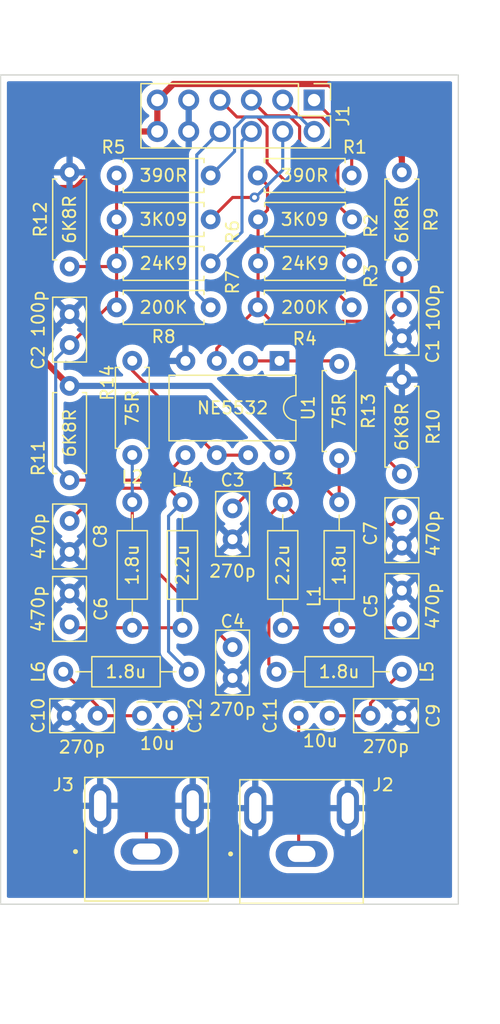
<source format=kicad_pcb>
(kicad_pcb (version 20211014) (generator pcbnew)
  (layers (0 "F.Cu" signal) (31 "B.Cu" signal) (34 "B.Paste" user) (35 "F.Paste" user) (36 "B.SilkS" user "B.Silkscreen") (37 "F.SilkS" user "F.Silkscreen") (38 "B.Mask" user) (39 "F.Mask" user) (44 "Edge.Cuts" user))
  (net 0 "")
  (net 1 "Net-(C3-Pad1)")
  (net 2 "GND")
  (net 3 "Net-(C4-Pad1)")
  (net 4 "Net-(C11-Pad1)")
  (net 5 "Net-(C10-Pad1)")
  (net 6 "Net-(C11-Pad2)")
  (net 7 "Net-(C12-Pad2)")
  (net 8 "P1_1")
  (net 9 "P1_2")
  (net 10 "P1_3")
  (net 11 "P1_4")
  (net 12 "+3V3")
  (net 13 "P1_7")
  (net 14 "P1_8")
  (net 15 "P1_9")
  (net 16 "P1_10")
  (net 17 "Net-(C5-Pad1)")
  (net 18 "Net-(C6-Pad1)")
  (net 19 "Net-(C7-Pad1)")
  (net 20 "Net-(C8-Pad1)")
  (net 21 "Net-(C1-Pad1)")
  (net 22 "Net-(C2-Pad1)")
  (net 23 "Net-(R13-Pad1)")
  (net 24 "Net-(R14-Pad1)")
  (footprint "Capacitor_THT:C_Disc_D5.0mm_W2.5mm_P2.50mm" (layer "F.Cu") (at 44.196 75.732 -90)
    (fp_text reference "C4" (at -2.072 0 180) (layer "F.SilkS"))
    (fp_text value "270p" (at 5.04 0 180) (layer "F.SilkS"))
    (fp_line (start -1.37 -1.37) (end -1.37 1.37) (layer "F.SilkS") (width 0.12))
    (fp_line (start -1.37 1.37) (end 3.87 1.37) (layer "F.SilkS") (width 0.12))
    (fp_line (start -1.37 -1.37) (end 3.87 -1.37) (layer "F.SilkS") (width 0.12))
    (fp_line (start 3.87 -1.37) (end 3.87 1.37) (layer "F.SilkS") (width 0.12))
    (pad "1" thru_hole circle (at 0 0 270) (size 1.6 1.6) (drill 0.8) (layers *.Cu *.Mask) (net 3 "Net-(C4-Pad1)"))
    (pad "2" thru_hole circle (at 2.5 0 270) (size 1.6 1.6) (drill 0.8) (layers *.Cu *.Mask) (net 2 "GND"))
  )
  (footprint "Capacitor_THT:C_Disc_D5.0mm_W2.5mm_P2.50mm" (layer "F.Cu") (at 57.912 48.26 -90)
    (fp_text reference "C1" (at 3.556 -2.5 90) (layer "F.SilkS"))
    (fp_text value "100p" (at 0 -2.54 90) (layer "F.SilkS"))
    (fp_line (start -1.37 -1.37) (end -1.37 1.37) (layer "F.SilkS") (width 0.12))
    (fp_line (start 3.87 -1.37) (end 3.87 1.37) (layer "F.SilkS") (width 0.12))
    (fp_line (start -1.37 -1.37) (end 3.87 -1.37) (layer "F.SilkS") (width 0.12))
    (fp_line (start -1.37 1.37) (end 3.87 1.37) (layer "F.SilkS") (width 0.12))
    (pad "1" thru_hole circle (at 0 0 270) (size 1.6 1.6) (drill 0.8) (layers *.Cu *.Mask) (net 21 "Net-(C1-Pad1)"))
    (pad "2" thru_hole circle (at 2.5 0 270) (size 1.6 1.6) (drill 0.8) (layers *.Cu *.Mask) (net 2 "GND"))
  )
  (footprint "Capacitor_THT:C_Disc_D3.0mm_W2.0mm_P2.50mm" (layer "F.Cu") (at 36.85 81.28)
    (fp_text reference "C12" (at 4.298 0 270) (layer "F.SilkS"))
    (fp_text value "10u" (at 1.25 2.25) (layer "F.SilkS"))
    (fp_line (start 2.87 1.055) (end 2.87 1.12) (layer "F.SilkS") (width 0.12))
    (fp_line (start -0.37 1.12) (end 2.87 1.12) (layer "F.SilkS") (width 0.12))
    (fp_line (start 2.87 -1.12) (end 2.87 -1.055) (layer "F.SilkS") (width 0.12))
    (fp_line (start -0.37 -1.12) (end 2.87 -1.12) (layer "F.SilkS") (width 0.12))
    (fp_line (start -0.37 -1.12) (end -0.37 -1.055) (layer "F.SilkS") (width 0.12))
    (fp_line (start -0.37 1.055) (end -0.37 1.12) (layer "F.SilkS") (width 0.12))
    (pad "1" thru_hole circle (at 0 0) (size 1.6 1.6) (drill 0.8) (layers *.Cu *.Mask) (net 5 "Net-(C10-Pad1)"))
    (pad "2" thru_hole circle (at 2.5 0) (size 1.6 1.6) (drill 0.8) (layers *.Cu *.Mask) (net 7 "Net-(C12-Pad2)"))
  )
  (footprint "Capacitor_THT:C_Disc_D5.0mm_W2.5mm_P2.50mm" (layer "F.Cu") (at 30.988 51.308 90)
    (fp_text reference "C2" (at -1.016 -2.54 90) (layer "F.SilkS"))
    (fp_text value "100p" (at 2.54 -2.54 90) (layer "F.SilkS"))
    (fp_line (start 3.87 -1.37) (end 3.87 1.37) (layer "F.SilkS") (width 0.12))
    (fp_line (start -1.37 1.37) (end 3.87 1.37) (layer "F.SilkS") (width 0.12))
    (fp_line (start -1.37 -1.37) (end -1.37 1.37) (layer "F.SilkS") (width 0.12))
    (fp_line (start -1.37 -1.37) (end 3.87 -1.37) (layer "F.SilkS") (width 0.12))
    (pad "1" thru_hole circle (at 0 0 90) (size 1.6 1.6) (drill 0.8) (layers *.Cu *.Mask) (net 22 "Net-(C2-Pad1)"))
    (pad "2" thru_hole circle (at 2.5 0 90) (size 1.6 1.6) (drill 0.8) (layers *.Cu *.Mask) (net 2 "GND"))
  )
  (footprint "Resistor_THT:R_Axial_DIN0207_L6.3mm_D2.5mm_P7.62mm_Horizontal" (layer "F.Cu") (at 36.068 52.578 -90)
    (fp_text reference "R14" (at 1.778 2.032 90) (layer "F.SilkS"))
    (fp_text value "75R" (at 3.81 0 90) (layer "F.SilkS"))
    (fp_line (start 7.08 1.37) (end 7.08 1.04) (layer "F.SilkS") (width 0.12))
    (fp_line (start 0.54 -1.37) (end 7.08 -1.37) (layer "F.SilkS") (width 0.12))
    (fp_line (start 7.08 -1.37) (end 7.08 -1.04) (layer "F.SilkS") (width 0.12))
    (fp_line (start 0.54 1.04) (end 0.54 1.37) (layer "F.SilkS") (width 0.12))
    (fp_line (start 0.54 -1.04) (end 0.54 -1.37) (layer "F.SilkS") (width 0.12))
    (fp_line (start 0.54 1.37) (end 7.08 1.37) (layer "F.SilkS") (width 0.12))
    (pad "1" thru_hole circle (at 0 0 270) (size 1.6 1.6) (drill 0.8) (layers *.Cu *.Mask) (net 24 "Net-(R14-Pad1)"))
    (pad "2" thru_hole oval (at 7.62 0 270) (size 1.6 1.6) (drill 0.8) (layers *.Cu *.Mask) (net 3 "Net-(C4-Pad1)"))
  )
  (footprint "00Project:SWITCHCRAFT_PJRAN1X1U04X" (layer "F.Cu") (at 49.784 92.456)
    (fp_text reference "J2" (at 6.604 -5.588) (layer "F.SilkS"))
    (fp_text value "PJRAN1X1U04X")
    (fp_line (start -5 -6) (end -5 4) (layer "F.SilkS") (width 0.127))
    (fp_line (start 5 -6) (end -5 -6) (layer "F.SilkS") (width 0.127))
    (fp_line (start -5 4) (end 5 4) (layer "F.SilkS") (width 0.127))
    (fp_line (start 5 4) (end 5 -6) (layer "F.SilkS") (width 0.127))
    (fp_circle (center -5.75 0) (end -5.65 0) (layer "F.SilkS") (width 0.2) (fill none))
    (pad "1" thru_hole oval (at 0 0) (size 4.2 2.1) (drill oval 2.25 1.3) (layers *.Cu *.Mask) (net 6 "Net-(C11-Pad2)"))
    (pad "2" thru_hole oval (at -3.75 -3.7) (size 1.8 3.6) (drill oval 1 2.5) (layers *.Cu *.Mask) (net 2 "GND"))
    (pad "3" thru_hole oval (at 3.75 -3.7) (size 1.8 3.6) (drill oval 1 2.5) (layers *.Cu *.Mask) (net 2 "GND"))
  )
  (footprint "00Project:SWITCHCRAFT_PJRAN1X1U04X" (layer "F.Cu") (at 37.2165 92.266)
    (fp_text reference "J3" (at -6.7365 -5.398) (layer "F.SilkS"))
    (fp_text value "PJRAN1X1U04X")
    (fp_line (start -5 4) (end 5 4) (layer "F.SilkS") (width 0.127))
    (fp_line (start 5 -6) (end -5 -6) (layer "F.SilkS") (width 0.127))
    (fp_line (start -5 -6) (end -5 4) (layer "F.SilkS") (width 0.127))
    (fp_line (start 5 4) (end 5 -6) (layer "F.SilkS") (width 0.127))
    (fp_circle (center -5.75 0) (end -5.65 0) (layer "F.SilkS") (width 0.2) (fill none))
    (pad "1" thru_hole oval (at 0 0) (size 4.2 2.1) (drill oval 2.25 1.3) (layers *.Cu *.Mask) (net 7 "Net-(C12-Pad2)"))
    (pad "2" thru_hole oval (at -3.75 -3.7) (size 1.8 3.6) (drill oval 1 2.5) (layers *.Cu *.Mask) (net 2 "GND"))
    (pad "3" thru_hole oval (at 3.75 -3.7) (size 1.8 3.6) (drill oval 1 2.5) (layers *.Cu *.Mask) (net 2 "GND"))
  )
  (footprint "Resistor_THT:R_Axial_DIN0207_L6.3mm_D2.5mm_P7.62mm_Horizontal" (layer "F.Cu") (at 42.418 44.704 180)
    (fp_text reference "R7" (at -1.778 -1.524 90) (layer "F.SilkS"))
    (fp_text value "24K9" (at 3.81 0) (layer "F.SilkS"))
    (fp_line (start 0.54 1.04) (end 0.54 1.37) (layer "F.SilkS") (width 0.12))
    (fp_line (start 0.54 -1.37) (end 7.08 -1.37) (layer "F.SilkS") (width 0.12))
    (fp_line (start 0.54 -1.04) (end 0.54 -1.37) (layer "F.SilkS") (width 0.12))
    (fp_line (start 7.08 -1.37) (end 7.08 -1.04) (layer "F.SilkS") (width 0.12))
    (fp_line (start 7.08 1.37) (end 7.08 1.04) (layer "F.SilkS") (width 0.12))
    (fp_line (start 0.54 1.37) (end 7.08 1.37) (layer "F.SilkS") (width 0.12))
    (pad "1" thru_hole circle (at 0 0 180) (size 1.6 1.6) (drill 0.8) (layers *.Cu *.Mask) (net 15 "P1_9"))
    (pad "2" thru_hole oval (at 7.62 0 180) (size 1.6 1.6) (drill 0.8) (layers *.Cu *.Mask) (net 22 "Net-(C2-Pad1)"))
  )
  (footprint "Capacitor_THT:C_Disc_D5.0mm_W2.5mm_P2.50mm" (layer "F.Cu") (at 30.988 65.532 -90)
    (fp_text reference "C8" (at 1.25 -2.5 90) (layer "F.SilkS"))
    (fp_text value "470p" (at 1.25 2.5 90) (layer "F.SilkS"))
    (fp_line (start 3.87 -1.37) (end 3.87 1.37) (layer "F.SilkS") (width 0.12))
    (fp_line (start -1.37 -1.37) (end 3.87 -1.37) (layer "F.SilkS") (width 0.12))
    (fp_line (start -1.37 -1.37) (end -1.37 1.37) (layer "F.SilkS") (width 0.12))
    (fp_line (start -1.37 1.37) (end 3.87 1.37) (layer "F.SilkS") (width 0.12))
    (pad "1" thru_hole circle (at 0 0 270) (size 1.6 1.6) (drill 0.8) (layers *.Cu *.Mask) (net 20 "Net-(C8-Pad1)"))
    (pad "2" thru_hole circle (at 2.5 0 270) (size 1.6 1.6) (drill 0.8) (layers *.Cu *.Mask) (net 2 "GND"))
  )
  (footprint "Inductor_THT:L_Axial_L5.3mm_D2.2mm_P10.16mm_Horizontal_Vishay_IM-1" (layer "F.Cu") (at 52.832 64.008 -90)
    (fp_text reference "L1" (at 7.62 2.032 90) (layer "F.SilkS"))
    (fp_text value "1.8u" (at 5.08 0 90) (layer "F.SilkS"))
    (fp_line (start 7.85 -1.22) (end 2.31 -1.22) (layer "F.SilkS") (width 0.12))
    (fp_line (start 1.04 0) (end 2.31 0) (layer "F.SilkS") (width 0.12))
    (fp_line (start 2.31 1.22) (end 7.85 1.22) (layer "F.SilkS") (width 0.12))
    (fp_line (start 7.85 1.22) (end 7.85 -1.22) (layer "F.SilkS") (width 0.12))
    (fp_line (start 2.31 -1.22) (end 2.31 1.22) (layer "F.SilkS") (width 0.12))
    (fp_line (start 9.12 0) (end 7.85 0) (layer "F.SilkS") (width 0.12))
    (pad "1" thru_hole circle (at 0 0 270) (size 1.6 1.6) (drill 0.8) (layers *.Cu *.Mask) (net 1 "Net-(C3-Pad1)"))
    (pad "2" thru_hole oval (at 10.16 0 270) (size 1.6 1.6) (drill 0.8) (layers *.Cu *.Mask) (net 17 "Net-(C5-Pad1)"))
  )
  (footprint "Capacitor_THT:C_Disc_D5.0mm_W2.5mm_P2.50mm" (layer "F.Cu") (at 55.372 81.28)
    (fp_text reference "C9" (at 5.08 0 90) (layer "F.SilkS"))
    (fp_text value "270p" (at 1.25 2.5) (layer "F.SilkS"))
    (fp_line (start -1.37 1.37) (end 3.87 1.37) (layer "F.SilkS") (width 0.12))
    (fp_line (start 3.87 -1.37) (end 3.87 1.37) (layer "F.SilkS") (width 0.12))
    (fp_line (start -1.37 -1.37) (end 3.87 -1.37) (layer "F.SilkS") (width 0.12))
    (fp_line (start -1.37 -1.37) (end -1.37 1.37) (layer "F.SilkS") (width 0.12))
    (pad "1" thru_hole circle (at 0 0) (size 1.6 1.6) (drill 0.8) (layers *.Cu *.Mask) (net 4 "Net-(C11-Pad1)"))
    (pad "2" thru_hole circle (at 2.5 0) (size 1.6 1.6) (drill 0.8) (layers *.Cu *.Mask) (net 2 "GND"))
  )
  (footprint "Inductor_THT:L_Axial_L5.3mm_D2.2mm_P10.16mm_Horizontal_Vishay_IM-1" (layer "F.Cu") (at 36.068 64.008 -90)
    (fp_text reference "L2" (at -2.032 0 180) (layer "F.SilkS"))
    (fp_text value "1.8u" (at 5.08 0 90) (layer "F.SilkS"))
    (fp_line (start 9.12 0) (end 7.85 0) (layer "F.SilkS") (width 0.12))
    (fp_line (start 7.85 1.22) (end 7.85 -1.22) (layer "F.SilkS") (width 0.12))
    (fp_line (start 2.31 1.22) (end 7.85 1.22) (layer "F.SilkS") (width 0.12))
    (fp_line (start 2.31 -1.22) (end 2.31 1.22) (layer "F.SilkS") (width 0.12))
    (fp_line (start 7.85 -1.22) (end 2.31 -1.22) (layer "F.SilkS") (width 0.12))
    (fp_line (start 1.04 0) (end 2.31 0) (layer "F.SilkS") (width 0.12))
    (pad "1" thru_hole circle (at 0 0 270) (size 1.6 1.6) (drill 0.8) (layers *.Cu *.Mask) (net 3 "Net-(C4-Pad1)"))
    (pad "2" thru_hole oval (at 10.16 0 270) (size 1.6 1.6) (drill 0.8) (layers *.Cu *.Mask) (net 18 "Net-(C6-Pad1)"))
  )
  (footprint "Connector_PinHeader_2.54mm:PinHeader_2x06_P2.54mm_Vertical" (layer "F.Cu") (at 50.8 31.496 -90)
    (fp_text reference "J1" (at 1.27 -2.33 -90) (layer "F.SilkS"))
    (fp_text value "Conn_02x06_Top_Bottom")
    (fp_line (start -1.33 1.27) (end -1.33 14.03) (layer "F.SilkS") (width 0.12))
    (fp_line (start 3.87 -1.33) (end 3.87 14.03) (layer "F.SilkS") (width 0.12))
    (fp_line (start -1.33 1.27) (end 1.27 1.27) (layer "F.SilkS") (width 0.12))
    (fp_line (start 1.27 -1.33) (end 3.87 -1.33) (layer "F.SilkS") (width 0.12))
    (fp_line (start -1.33 0) (end -1.33 -1.33) (layer "F.SilkS") (width 0.12))
    (fp_line (start -1.33 -1.33) (end 0 -1.33) (layer "F.SilkS") (width 0.12))
    (fp_line (start -1.33 14.03) (end 3.87 14.03) (layer "F.SilkS") (width 0.12))
    (fp_line (start 1.27 1.27) (end 1.27 -1.33) (layer "F.SilkS") (width 0.12))
    (pad "1" thru_hole rect (at 0 0 270) (size 1.7 1.7) (drill 1) (layers *.Cu *.Mask) (net 8 "P1_1"))
    (pad "2" thru_hole oval (at 0 2.54 270) (size 1.7 1.7) (drill 1) (layers *.Cu *.Mask) (net 9 "P1_2"))
    (pad "3" thru_hole oval (at 0 5.08 270) (size 1.7 1.7) (drill 1) (layers *.Cu *.Mask) (net 10 "P1_3"))
    (pad "4" thru_hole oval (at 0 7.62 270) (size 1.7 1.7) (drill 1) (layers *.Cu *.Mask) (net 11 "P1_4"))
    (pad "5" thru_hole oval (at 0 10.16 270) (size 1.7 1.7) (drill 1) (layers *.Cu *.Mask) (net 2 "GND"))
    (pad "6" thru_hole oval (at 0 12.7 270) (size 1.7 1.7) (drill 1) (layers *.Cu *.Mask) (net 12 "+3V3"))
    (pad "7" thru_hole oval (at 2.54 0 270) (size 1.7 1.7) (drill 1) (layers *.Cu *.Mask) (net 13 "P1_7"))
    (pad "8" thru_hole oval (at 2.54 2.54 270) (size 1.7 1.7) (drill 1) (layers *.Cu *.Mask) (net 14 "P1_8"))
    (pad "9" thru_hole oval (at 2.54 5.08 270) (size 1.7 1.7) (drill 1) (layers *.Cu *.Mask) (net 15 "P1_9"))
    (pad "10" thru_hole oval (at 2.54 7.62 270) (size 1.7 1.7) (drill 1) (layers *.Cu *.Mask) (net 16 "P1_10"))
    (pad "11" thru_hole oval (at 2.54 10.16 270) (size 1.7 1.7) (drill 1) (layers *.Cu *.Mask) (net 2 "GND"))
    (pad "12" thru_hole oval (at 2.54 12.7 270) (size 1.7 1.7) (drill 1) (layers *.Cu *.Mask) (net 12 "+3V3"))
  )
  (footprint "Resistor_THT:R_Axial_DIN0207_L6.3mm_D2.5mm_P7.62mm_Horizontal" (layer "F.Cu") (at 57.912 61.722 90)
    (fp_text reference "R10" (at 3.81 2.54 90) (layer "F.SilkS"))
    (fp_text value "6K8R" (at 3.81 0 90) (layer "F.SilkS"))
    (fp_line (start 0.54 -1.04) (end 0.54 -1.37) (layer "F.SilkS") (width 0.12))
    (fp_line (start 7.08 1.37) (end 7.08 1.04) (layer "F.SilkS") (width 0.12))
    (fp_line (start 0.54 1.37) (end 7.08 1.37) (layer "F.SilkS") (width 0.12))
    (fp_line (start 0.54 1.04) (end 0.54 1.37) (layer "F.SilkS") (width 0.12))
    (fp_line (start 0.54 -1.37) (end 7.08 -1.37) (layer "F.SilkS") (width 0.12))
    (fp_line (start 7.08 -1.37) (end 7.08 -1.04) (layer "F.SilkS") (width 0.12))
    (pad "1" thru_hole circle (at 0 0 90) (size 1.6 1.6) (drill 0.8) (layers *.Cu *.Mask) (net 21 "Net-(C1-Pad1)"))
    (pad "2" thru_hole oval (at 7.62 0 90) (size 1.6 1.6) (drill 0.8) (layers *.Cu *.Mask) (net 2 "GND"))
  )
  (footprint "Inductor_THT:L_Axial_L5.3mm_D2.2mm_P10.16mm_Horizontal_Vishay_IM-1" (layer "F.Cu") (at 40.64 77.724 180)
    (fp_text reference "L6" (at 12.192 0 90) (layer "F.SilkS"))
    (fp_text value "1.8u" (at 5.08 0) (layer "F.SilkS"))
    (fp_line (start 2.31 1.22) (end 7.85 1.22) (layer "F.SilkS") (width 0.12))
    (fp_line (start 9.12 0) (end 7.85 0) (layer "F.SilkS") (width 0.12))
    (fp_line (start 1.04 0) (end 2.31 0) (layer "F.SilkS") (width 0.12))
    (fp_line (start 7.85 1.22) (end 7.85 -1.22) (layer "F.SilkS") (width 0.12))
    (fp_line (start 2.31 -1.22) (end 2.31 1.22) (layer "F.SilkS") (width 0.12))
    (fp_line (start 7.85 -1.22) (end 2.31 -1.22) (layer "F.SilkS") (width 0.12))
    (pad "1" thru_hole circle (at 0 0 180) (size 1.6 1.6) (drill 0.8) (layers *.Cu *.Mask) (net 20 "Net-(C8-Pad1)"))
    (pad "2" thru_hole oval (at 10.16 0 180) (size 1.6 1.6) (drill 0.8) (layers *.Cu *.Mask) (net 5 "Net-(C10-Pad1)"))
  )
  (footprint "Resistor_THT:R_Axial_DIN0207_L6.3mm_D2.5mm_P7.62mm_Horizontal" (layer "F.Cu") (at 53.848 37.592 180)
    (fp_text reference "R1" (at -0.254 2.286) (layer "F.SilkS"))
    (fp_text value "390R" (at 3.81 0) (layer "F.SilkS"))
    (fp_line (start 0.54 1.37) (end 7.08 1.37) (layer "F.SilkS") (width 0.12))
    (fp_line (start 0.54 -1.04) (end 0.54 -1.37) (layer "F.SilkS") (width 0.12))
    (fp_line (start 0.54 1.04) (end 0.54 1.37) (layer "F.SilkS") (width 0.12))
    (fp_line (start 0.54 -1.37) (end 7.08 -1.37) (layer "F.SilkS") (width 0.12))
    (fp_line (start 7.08 -1.37) (end 7.08 -1.04) (layer "F.SilkS") (width 0.12))
    (fp_line (start 7.08 1.37) (end 7.08 1.04) (layer "F.SilkS") (width 0.12))
    (pad "1" thru_hole circle (at 0 0 180) (size 1.6 1.6) (drill 0.8) (layers *.Cu *.Mask) (net 8 "P1_1"))
    (pad "2" thru_hole oval (at 7.62 0 180) (size 1.6 1.6) (drill 0.8) (layers *.Cu *.Mask) (net 21 "Net-(C1-Pad1)"))
  )
  (footprint "Resistor_THT:R_Axial_DIN0207_L6.3mm_D2.5mm_P7.62mm_Horizontal" (layer "F.Cu") (at 53.848 48.26 180)
    (fp_text reference "R4" (at 3.81 -2.54) (layer "F.SilkS"))
    (fp_text value "200K" (at 3.778 0) (layer "F.SilkS"))
    (fp_line (start 0.54 -1.04) (end 0.54 -1.37) (layer "F.SilkS") (width 0.12))
    (fp_line (start 0.54 -1.37) (end 7.08 -1.37) (layer "F.SilkS") (width 0.12))
    (fp_line (start 7.08 1.37) (end 7.08 1.04) (layer "F.SilkS") (width 0.12))
    (fp_line (start 0.54 1.37) (end 7.08 1.37) (layer "F.SilkS") (width 0.12))
    (fp_line (start 7.08 -1.37) (end 7.08 -1.04) (layer "F.SilkS") (width 0.12))
    (fp_line (start 0.54 1.04) (end 0.54 1.37) (layer "F.SilkS") (width 0.12))
    (pad "1" thru_hole circle (at 0 0 180) (size 1.6 1.6) (drill 0.8) (layers *.Cu *.Mask) (net 11 "P1_4"))
    (pad "2" thru_hole oval (at 7.62 0 180) (size 1.6 1.6) (drill 0.8) (layers *.Cu *.Mask) (net 21 "Net-(C1-Pad1)"))
  )
  (footprint "Capacitor_THT:C_Disc_D5.0mm_W2.5mm_P2.50mm" (layer "F.Cu") (at 33.254 81.28 180)
    (fp_text reference "C10" (at 4.806 0 90) (layer "F.SilkS"))
    (fp_text value "270p" (at 1.25 -2.54) (layer "F.SilkS"))
    (fp_line (start -1.37 -1.37) (end 3.87 -1.37) (layer "F.SilkS") (width 0.12))
    (fp_line (start -1.37 1.37) (end 3.87 1.37) (layer "F.SilkS") (width 0.12))
    (fp_line (start 3.87 -1.37) (end 3.87 1.37) (layer "F.SilkS") (width 0.12))
    (fp_line (start -1.37 -1.37) (end -1.37 1.37) (layer "F.SilkS") (width 0.12))
    (pad "1" thru_hole circle (at 0 0 180) (size 1.6 1.6) (drill 0.8) (layers *.Cu *.Mask) (net 5 "Net-(C10-Pad1)"))
    (pad "2" thru_hole circle (at 2.5 0 180) (size 1.6 1.6) (drill 0.8) (layers *.Cu *.Mask) (net 2 "GND"))
  )
  (footprint "Resistor_THT:R_Axial_DIN0207_L6.3mm_D2.5mm_P7.62mm_Horizontal" (layer "F.Cu") (at 53.88 41.148 180)
    (fp_text reference "R2" (at -1.524 -0.508 90) (layer "F.SilkS"))
    (fp_text value "3K09" (at 3.842 0) (layer "F.SilkS"))
    (fp_line (start 7.08 -1.37) (end 7.08 -1.04) (layer "F.SilkS") (width 0.12))
    (fp_line (start 7.08 1.37) (end 7.08 1.04) (layer "F.SilkS") (width 0.12))
    (fp_line (start 0.54 1.04) (end 0.54 1.37) (layer "F.SilkS") (width 0.12))
    (fp_line (start 0.54 -1.37) (end 7.08 -1.37) (layer "F.SilkS") (width 0.12))
    (fp_line (start 0.54 -1.04) (end 0.54 -1.37) (layer "F.SilkS") (width 0.12))
    (fp_line (start 0.54 1.37) (end 7.08 1.37) (layer "F.SilkS") (width 0.12))
    (pad "1" thru_hole circle (at 0 0 180) (size 1.6 1.6) (drill 0.8) (layers *.Cu *.Mask) (net 9 "P1_2"))
    (pad "2" thru_hole oval (at 7.62 0 180) (size 1.6 1.6) (drill 0.8) (layers *.Cu *.Mask) (net 21 "Net-(C1-Pad1)"))
  )
  (footprint "Inductor_THT:L_Axial_L5.3mm_D2.2mm_P10.16mm_Horizontal_Vishay_IM-1" (layer "F.Cu") (at 48.26 74.168 90)
    (fp_text reference "L3" (at 11.938 0 180) (layer "F.SilkS"))
    (fp_text value "2.2u" (at 5.08 0 90) (layer "F.SilkS"))
    (fp_line (start 7.85 1.22) (end 7.85 -1.22) (layer "F.SilkS") (width 0.12))
    (fp_line (start 2.31 -1.22) (end 2.31 1.22) (layer "F.SilkS") (width 0.12))
    (fp_line (start 1.04 0) (end 2.31 0) (layer "F.SilkS") (width 0.12))
    (fp_line (start 9.12 0) (end 7.85 0) (layer "F.SilkS") (width 0.12))
    (fp_line (start 7.85 -1.22) (end 2.31 -1.22) (layer "F.SilkS") (width 0.12))
    (fp_line (start 2.31 1.22) (end 7.85 1.22) (layer "F.SilkS") (width 0.12))
    (pad "1" thru_hole circle (at 0 0 90) (size 1.6 1.6) (drill 0.8) (layers *.Cu *.Mask) (net 17 "Net-(C5-Pad1)"))
    (pad "2" thru_hole oval (at 10.16 0 90) (size 1.6 1.6) (drill 0.8) (layers *.Cu *.Mask) (net 19 "Net-(C7-Pad1)"))
  )
  (footprint "Capacitor_THT:C_Disc_D5.0mm_W2.5mm_P2.50mm" (layer "F.Cu") (at 57.912 65.024 -90)
    (fp_text reference "C7" (at 1.524 2.54 90) (layer "F.SilkS"))
    (fp_text value "470p" (at 1.524 -2.54 90) (layer "F.SilkS"))
    (fp_line (start 3.87 -1.37) (end 3.87 1.37) (layer "F.SilkS") (width 0.12))
    (fp_line (start -1.37 -1.37) (end 3.87 -1.37) (layer "F.SilkS") (width 0.12))
    (fp_line (start -1.37 -1.37) (end -1.37 1.37) (layer "F.SilkS") (width 0.12))
    (fp_line (start -1.37 1.37) (end 3.87 1.37) (layer "F.SilkS") (width 0.12))
    (pad "1" thru_hole circle (at 0 0 270) (size 1.6 1.6) (drill 0.8) (layers *.Cu *.Mask) (net 19 "Net-(C7-Pad1)"))
    (pad "2" thru_hole circle (at 2.5 0 270) (size 1.6 1.6) (drill 0.8) (layers *.Cu *.Mask) (net 2 "GND"))
  )
  (footprint "Resistor_THT:R_Axial_DIN0207_L6.3mm_D2.5mm_P7.62mm_Horizontal" (layer "F.Cu") (at 42.418 37.592 180)
    (fp_text reference "R5" (at 7.874 2.286) (layer "F.SilkS"))
    (fp_text value "390R" (at 3.81 0) (layer "F.SilkS"))
    (fp_line (start 0.54 1.04) (end 0.54 1.37) (layer "F.SilkS") (width 0.12))
    (fp_line (start 7.08 -1.37) (end 7.08 -1.04) (layer "F.SilkS") (width 0.12))
    (fp_line (start 7.08 1.37) (end 7.08 1.04) (layer "F.SilkS") (width 0.12))
    (fp_line (start 0.54 1.37) (end 7.08 1.37) (layer "F.SilkS") (width 0.12))
    (fp_line (start 0.54 -1.04) (end 0.54 -1.37) (layer "F.SilkS") (width 0.12))
    (fp_line (start 0.54 -1.37) (end 7.08 -1.37) (layer "F.SilkS") (width 0.12))
    (pad "1" thru_hole circle (at 0 0 180) (size 1.6 1.6) (drill 0.8) (layers *.Cu *.Mask) (net 13 "P1_7"))
    (pad "2" thru_hole oval (at 7.62 0 180) (size 1.6 1.6) (drill 0.8) (layers *.Cu *.Mask) (net 22 "Net-(C2-Pad1)"))
  )
  (footprint "Resistor_THT:R_Axial_DIN0207_L6.3mm_D2.5mm_P7.62mm_Horizontal" (layer "F.Cu") (at 30.988 44.958 90)
    (fp_text reference "R12" (at 3.81 -2.37 90) (layer "F.SilkS"))
    (fp_text value "6K8R" (at 3.81 0 90) (layer "F.SilkS"))
    (fp_line (start 0.54 -1.04) (end 0.54 -1.37) (layer "F.SilkS") (width 0.12))
    (fp_line (start 0.54 1.37) (end 7.08 1.37) (layer "F.SilkS") (width 0.12))
    (fp_line (start 7.08 1.37) (end 7.08 1.04) (layer "F.SilkS") (width 0.12))
    (fp_line (start 7.08 -1.37) (end 7.08 -1.04) (layer "F.SilkS") (width 0.12))
    (fp_line (start 0.54 -1.37) (end 7.08 -1.37) (layer "F.SilkS") (width 0.12))
    (fp_line (start 0.54 1.04) (end 0.54 1.37) (layer "F.SilkS") (width 0.12))
    (pad "1" thru_hole circle (at 0 0 90) (size 1.6 1.6) (drill 0.8) (layers *.Cu *.Mask) (net 22 "Net-(C2-Pad1)"))
    (pad "2" thru_hole oval (at 7.62 0 90) (size 1.6 1.6) (drill 0.8) (layers *.Cu *.Mask) (net 2 "GND"))
  )
  (footprint "Resistor_THT:R_Axial_DIN0207_L6.3mm_D2.5mm_P7.62mm_Horizontal" (layer "F.Cu") (at 42.418 41.148 180)
    (fp_text reference "R6" (at -1.778 -1.016 90) (layer "F.SilkS"))
    (fp_text value "3K09" (at 3.81 0) (layer "F.SilkS"))
    (fp_line (start 7.08 -1.37) (end 7.08 -1.04) (layer "F.SilkS") (width 0.12))
    (fp_line (start 0.54 1.37) (end 7.08 1.37) (layer "F.SilkS") (width 0.12))
    (fp_line (start 0.54 -1.37) (end 7.08 -1.37) (layer "F.SilkS") (width 0.12))
    (fp_line (start 0.54 1.04) (end 0.54 1.37) (layer "F.SilkS") (width 0.12))
    (fp_line (start 0.54 -1.04) (end 0.54 -1.37) (layer "F.SilkS") (width 0.12))
    (fp_line (start 7.08 1.37) (end 7.08 1.04) (layer "F.SilkS") (width 0.12))
    (pad "1" thru_hole circle (at 0 0 180) (size 1.6 1.6) (drill 0.8) (layers *.Cu *.Mask) (net 14 "P1_8"))
    (pad "2" thru_hole oval (at 7.62 0 180) (size 1.6 1.6) (drill 0.8) (layers *.Cu *.Mask) (net 22 "Net-(C2-Pad1)"))
  )
  (footprint "Package_DIP:DIP-8_W7.62mm" (layer "F.Cu") (at 47.996 52.588 -90)
    (fp_text reference "U1" (at 3.81 -2.33 90) (layer "F.SilkS"))
    (fp_text value "NE5532" (at 3.8 3.8 180) (layer "F.SilkS"))
    (fp_line (start 6.46 -1.33) (end 4.81 -1.33) (layer "F.SilkS") (width 0.12))
    (fp_line (start 2.81 -1.33) (end 1.16 -1.33) (layer "F.SilkS") (width 0.12))
    (fp_line (start 1.16 8.95) (end 6.46 8.95) (layer "F.SilkS") (width 0.12))
    (fp_line (start 1.16 -1.33) (end 1.16 8.95) (layer "F.SilkS") (width 0.12))
    (fp_line (start 6.46 8.95) (end 6.46 -1.33) (layer "F.SilkS") (width 0.12))
    (fp_arc (start 4.81 -1.33) (mid 3.81 -0.33) (end 2.81 -1.33) (layer "F.SilkS") (width 0.12))
    (pad "1" thru_hole rect (at 0 0 270) (size 1.6 1.6) (drill 0.8) (layers *.Cu *.Mask) (net 23 "Net-(R13-Pad1)"))
    (pad "2" thru_hole oval (at 0 2.54 270) (size 1.6 1.6) (drill 0.8) (layers *.Cu *.Mask) (net 23 "Net-(R13-Pad1)"))
    (pad "3" thru_hole oval (at 0 5.08 270) (size 1.6 1.6) (drill 0.8) (layers *.Cu *.Mask) (net 21 "Net-(C1-Pad1)"))
    (pad "4" thru_hole oval (at 0 7.62 270) (size 1.6 1.6) (drill 0.8) (layers *.Cu *.Mask) (net 2 "GND"))
    (pad "5" thru_hole oval (at 7.62 7.62 270) (size 1.6 1.6) (drill 0.8) (layers *.Cu *.Mask) (net 22 "Net-(C2-Pad1)"))
    (pad "6" thru_hole oval (at 7.62 5.08 270) (size 1.6 1.6) (drill 0.8) (layers *.Cu *.Mask) (net 24 "Net-(R14-Pad1)"))
    (pad "7" thru_hole oval (at 7.62 2.54 270) (size 1.6 1.6) (drill 0.8) (layers *.Cu *.Mask) (net 24 "Net-(R14-Pad1)"))
    (pad "8" thru_hole oval (at 7.62 0 270) (size 1.6 1.6) (drill 0.8) (layers *.Cu *.Mask) (net 12 "+3V3"))
  )
  (footprint "Resistor_THT:R_Axial_DIN0207_L6.3mm_D2.5mm_P7.62mm_Horizontal" (layer "F.Cu") (at 57.912 37.338 -90)
    (fp_text reference "R9" (at 3.81 -2.37 90) (layer "F.SilkS"))
    (fp_text value "6K8R" (at 3.81 0 90) (layer "F.SilkS"))
    (fp_line (start 7.08 1.37) (end 7.08 1.04) (layer "F.SilkS") (width 0.12))
    (fp_line (start 0.54 1.04) (end 0.54 1.37) (layer "F.SilkS") (width 0.12))
    (fp_line (start 0.54 1.37) (end 7.08 1.37) (layer "F.SilkS") (width 0.12))
    (fp_line (start 0.54 -1.37) (end 7.08 -1.37) (layer "F.SilkS") (width 0.12))
    (fp_line (start 0.54 -1.04) (end 0.54 -1.37) (layer "F.SilkS") (width 0.12))
    (fp_line (start 7.08 -1.37) (end 7.08 -1.04) (layer "F.SilkS") (width 0.12))
    (pad "1" thru_hole circle (at 0 0 270) (size 1.6 1.6) (drill 0.8) (layers *.Cu *.Mask) (net 12 "+3V3"))
    (pad "2" thru_hole oval (at 7.62 0 270) (size 1.6 1.6) (drill 0.8) (layers *.Cu *.Mask) (net 21 "Net-(C1-Pad1)"))
  )
  (footprint "Capacitor_THT:C_Disc_D5.0mm_W2.5mm_P2.50mm" (layer "F.Cu") (at 57.912 73.66 90)
    (fp_text reference "C5" (at 1.25 -2.5 90) (layer "F.SilkS"))
    (fp_text value "470p" (at 1.25 2.5 90) (layer "F.SilkS"))
    (fp_line (start -1.37 1.37) (end 3.87 1.37) (layer "F.SilkS") (width 0.12))
    (fp_line (start -1.37 -1.37) (end 3.87 -1.37) (layer "F.SilkS") (width 0.12))
    (fp_line (start -1.37 -1.37) (end -1.37 1.37) (layer "F.SilkS") (width 0.12))
    (fp_line (start 3.87 -1.37) (end 3.87 1.37) (layer "F.SilkS") (width 0.12))
    (pad "1" thru_hole circle (at 0 0 90) (size 1.6 1.6) (drill 0.8) (layers *.Cu *.Mask) (net 17 "Net-(C5-Pad1)"))
    (pad "2" thru_hole circle (at 2.5 0 90) (size 1.6 1.6) (drill 0.8) (layers *.Cu *.Mask) (net 2 "GND"))
  )
  (footprint "Capacitor_THT:C_Disc_D3.0mm_W2.0mm_P2.50mm" (layer "F.Cu") (at 52.05 81.28 180)
    (fp_text reference "C11" (at 4.806 0 90) (layer "F.SilkS"))
    (fp_text value "10u" (at 0.742 -2.032) (layer "F.SilkS"))
    (fp_line (start 2.87 1.055) (end 2.87 1.12) (layer "F.SilkS") (width 0.12))
    (fp_line (start -0.37 1.12) (end 2.87 1.12) (layer "F.SilkS") (width 0.12))
    (fp_line (start -0.37 -1.12) (end -0.37 -1.055) (layer "F.SilkS") (width 0.12))
    (fp_line (start -0.37 -1.12) (end 2.87 -1.12) (layer "F.SilkS") (width 0.12))
    (fp_line (start 2.87 -1.12) (end 2.87 -1.055) (layer "F.SilkS") (width 0.12))
    (fp_line (start -0.37 1.055) (end -0.37 1.12) (layer "F.SilkS") (width 0.12))
    (pad "1" thru_hole circle (at 0 0 180) (size 1.6 1.6) (drill 0.8) (layers *.Cu *.Mask) (net 4 "Net-(C11-Pad1)"))
    (pad "2" thru_hole circle (at 2.5 0 180) (size 1.6 1.6) (drill 0.8) (layers *.Cu *.Mask) (net 6 "Net-(C11-Pad2)"))
  )
  (footprint "Capacitor_THT:C_Disc_D5.0mm_W2.5mm_P2.50mm" (layer "F.Cu") (at 30.988 73.894 90)
    (fp_text reference "C6" (at 1.25 2.54 90) (layer "F.SilkS"))
    (fp_text value "470p" (at 1.25 -2.54 90) (layer "F.SilkS"))
    (fp_line (start -1.37 -1.37) (end 3.87 -1.37) (layer "F.SilkS") (width 0.12))
    (fp_line (start -1.37 -1.37) (end -1.37 1.37) (layer "F.SilkS") (width 0.12))
    (fp_line (start 3.87 -1.37) (end 3.87 1.37) (layer "F.SilkS") (width 0.12))
    (fp_line (start -1.37 1.37) (end 3.87 1.37) (layer "F.SilkS") (width 0.12))
    (pad "1" thru_hole circle (at 0 0 90) (size 1.6 1.6) (drill 0.8) (layers *.Cu *.Mask) (net 18 "Net-(C6-Pad1)"))
    (pad "2" thru_hole circle (at 2.5 0 90) (size 1.6 1.6) (drill 0.8) (layers *.Cu *.Mask) (net 2 "GND"))
  )
  (footprint "Resistor_THT:R_Axial_DIN0207_L6.3mm_D2.5mm_P7.62mm_Horizontal" (layer "F.Cu") (at 53.88 44.704 180)
    (fp_text reference "R3" (at -1.524 -1.016 90) (layer "F.SilkS"))
    (fp_text value "24K9" (at 3.81 0) (layer "F.SilkS"))
    (fp_line (start 0.54 -1.37) (end 7.08 -1.37) (layer "F.SilkS") (width 0.12))
    (fp_line (start 0.54 1.04) (end 0.54 1.37) (layer "F.SilkS") (width 0.12))
    (fp_line (start 0.54 1.37) (end 7.08 1.37) (layer "F.SilkS") (width 0.12))
    (fp_line (start 7.08 1.37) (end 7.08 1.04) (layer "F.SilkS") (width 0.12))
    (fp_line (start 7.08 -1.37) (end 7.08 -1.04) (layer "F.SilkS") (width 0.12))
    (fp_line (start 0.54 -1.04) (end 0.54 -1.37) (layer "F.SilkS") (width 0.12))
    (pad "1" thru_hole circle (at 0 0 180) (size 1.6 1.6) (drill 0.8) (layers *.Cu *.Mask) (net 10 "P1_3"))
    (pad "2" thru_hole oval (at 7.62 0 180) (size 1.6 1.6) (drill 0.8) (layers *.Cu *.Mask) (net 21 "Net-(C1-Pad1)"))
  )
  (footprint "Inductor_THT:L_Axial_L5.3mm_D2.2mm_P10.16mm_Horizontal_Vishay_IM-1" (layer "F.Cu") (at 40.132 74.168 90)
    (fp_text reference "L4" (at 11.938 0) (layer "F.SilkS"))
    (fp_text value "2.2u" (at 5.08 0 90) (layer "F.SilkS"))
    (fp_line (start 1.04 0) (end 2.31 0) (layer "F.SilkS") (width 0.12))
    (fp_line (start 2.31 -1.22) (end 2.31 1.22) (layer "F.SilkS") (width 0.12))
    (fp_line (start 9.12 0) (end 7.85 0) (layer "F.SilkS") (width 0.12))
    (fp_line (start 2.31 1.22) (end 7.85 1.22) (layer "F.SilkS") (width 0.12))
    (fp_line (start 7.85 1.22) (end 7.85 -1.22) (layer "F.SilkS") (width 0.12))
    (fp_line (start 7.85 -1.22) (end 2.31 -1.22) (layer "F.SilkS") (width 0.12))
    (pad "1" thru_hole circle (at 0 0 90) (size 1.6 1.6) (drill 0.8) (layers *.Cu *.Mask) (net 18 "Net-(C6-Pad1)"))
    (pad "2" thru_hole oval (at 10.16 0 90) (size 1.6 1.6) (drill 0.8) (layers *.Cu *.Mask) (net 20 "Net-(C8-Pad1)"))
  )
  (footprint "Resistor_THT:R_Axial_DIN0207_L6.3mm_D2.5mm_P7.62mm_Horizontal" (layer "F.Cu") (at 42.418 48.26 180)
    (fp_text reference "R8" (at 3.81 -2.37) (layer "F.SilkS"))
    (fp_text value "200K" (at 3.81 0) (layer "F.SilkS"))
    (fp_line (start 0.54 1.04) (end 0.54 1.37) (layer "F.SilkS") (width 0.12))
    (fp_line (start 0.54 1.37) (end 7.08 1.37) (layer "F.SilkS") (width 0.12))
    (fp_line (start 0.54 -1.04) (end 0.54 -1.37) (layer "F.SilkS") (width 0.12))
    (fp_line (start 7.08 1.37) (end 7.08 1.04) (layer "F.SilkS") (width 0.12))
    (fp_line (start 7.08 -1.37) (end 7.08 -1.04) (layer "F.SilkS") (width 0.12))
    (fp_line (start 0.54 -1.37) (end 7.08 -1.37) (layer "F.SilkS") (width 0.12))
    (pad "1" thru_hole circle (at 0 0 180) (size 1.6 1.6) (drill 0.8) (layers *.Cu *.Mask) (net 16 "P1_10"))
    (pad "2" thru_hole oval (at 7.62 0 180) (size 1.6 1.6) (drill 0.8) (layers *.Cu *.Mask) (net 22 "Net-(C2-Pad1)"))
  )
  (footprint "Resistor_THT:R_Axial_DIN0207_L6.3mm_D2.5mm_P7.62mm_Horizontal" (layer "F.Cu") (at 52.832 52.832 -90)
    (fp_text reference "R13" (at 3.81 -2.37 90) (layer "F.SilkS"))
    (fp_text value "75R" (at 3.81 0 90) (layer "F.SilkS"))
    (fp_line (start 7.08 -1.37) (end 7.08 -1.04) (layer "F.SilkS") (width 0.12))
    (fp_line (start 0.54 1.37) (end 7.08 1.37) (layer "F.SilkS") (width 0.12))
    (fp_line (start 0.54 -1.04) (end 0.54 -1.37) (layer "F.SilkS") (width 0.12))
    (fp_line (start 0.54 -1.37) (end 7.08 -1.37) (layer "F.SilkS") (width 0.12))
    (fp_line (start 7.08 1.37) (end 7.08 1.04) (layer "F.SilkS") (width 0.12))
    (fp_line (start 0.54 1.04) (end 0.54 1.37) (layer "F.SilkS") (width 0.12))
    (pad "1" thru_hole circle (at 0 0 270) (size 1.6 1.6) (drill 0.8) (layers *.Cu *.Mask) (net 23 "Net-(R13-Pad1)"))
    (pad "2" thru_hole oval (at 7.62 0 270) (size 1.6 1.6) (drill 0.8) (layers *.Cu *.Mask) (net 1 "Net-(C3-Pad1)"))
  )
  (footprint "Inductor_THT:L_Axial_L5.3mm_D2.2mm_P10.16mm_Horizontal_Vishay_IM-1" (layer "F.Cu") (at 47.752 77.724)
    (fp_text reference "L5" (at 12.192 0 90) (layer "F.SilkS"))
    (fp_text value "1.8u" (at 5.08 0) (layer "F.SilkS"))
    (fp_line (start 1.04 0) (end 2.31 0) (layer "F.SilkS") (width 0.12))
    (fp_line (start 9.12 0) (end 7.85 0) (layer "F.SilkS") (width 0.12))
    (fp_line (start 7.85 -1.22) (end 2.31 -1.22) (layer "F.SilkS") (width 0.12))
    (fp_line (start 7.85 1.22) (end 7.85 -1.22) (layer "F.SilkS") (width 0.12))
    (fp_line (start 2.31 -1.22) (end 2.31 1.22) (layer "F.SilkS") (width 0.12))
    (fp_line (start 2.31 1.22) (end 7.85 1.22) (layer "F.SilkS") (width 0.12))
    (pad "1" thru_hole circle (at 0 0) (size 1.6 1.6) (drill 0.8) (layers *.Cu *.Mask) (net 19 "Net-(C7-Pad1)"))
    (pad "2" thru_hole oval (at 10.16 0) (size 1.6 1.6) (drill 0.8) (layers *.Cu *.Mask) (net 4 "Net-(C11-Pad1)"))
  )
  (footprint "Resistor_THT:R_Axial_DIN0207_L6.3mm_D2.5mm_P7.62mm_Horizontal" (layer "F.Cu") (at 30.988 54.61 -90)
    (fp_text reference "R11" (at 5.842 2.54 90) (layer "F.SilkS"))
    (fp_text value "6K8R" (at 3.81 0 90) (layer "F.SilkS"))
    (fp_line (start 7.08 1.37) (end 7.08 1.04) (layer "F.SilkS") (width 0.12))
    (fp_line (start 0.54 1.37) (end 7.08 1.37) (layer "F.SilkS") (width 0.12))
    (fp_line (start 7.08 -1.37) (end 7.08 -1.04) (layer "F.SilkS") (width 0.12))
    (fp_line (start 0.54 -1.04) (end 0.54 -1.37) (layer "F.SilkS") (width 0.12))
    (fp_line (start 0.54 -1.37) (end 7.08 -1.37) (layer "F.SilkS") (width 0.12))
    (fp_line (start 0.54 1.04) (end 0.54 1.37) (layer "F.SilkS") (width 0.12))
    (pad "1" thru_hole circle (at 0 0 270) (size 1.6 1.6) (drill 0.8) (layers *.Cu *.Mask) (net 12 "+3V3"))
    (pad "2" thru_hole oval (at 7.62 0 270) (size 1.6 1.6) (drill 0.8) (layers *.Cu *.Mask) (net 22 "Net-(C2-Pad1)"))
  )
  (footprint "Capacitor_THT:C_Disc_D5.0mm_W2.5mm_P2.50mm" (layer "F.Cu") (at 44.196 64.516 -90)
    (fp_text reference "C3" (at -2.286 0 180) (layer "F.SilkS"))
    (fp_text value "270p" (at 5.08 0 180) (layer "F.SilkS"))
    (fp_line (start -1.37 1.37) (end 3.87 1.37) (layer "F.SilkS") (width 0.12))
    (fp_line (start -1.37 -1.37) (end 3.87 -1.37) (layer "F.SilkS") (width 0.12))
    (fp_line (start 3.87 -1.37) (end 3.87 1.37) (layer "F.SilkS") (width 0.12))
    (fp_line (start -1.37 -1.37) (end -1.37 1.37) (layer "F.SilkS") (width 0.12))
    (pad "1" thru_hole circle (at 0 0 270) (size 1.6 1.6) (drill 0.8) (layers *.Cu *.Mask) (net 1 "Net-(C3-Pad1)"))
    (pad "2" thru_hole circle (at 2.5 0 270) (size 1.6 1.6) (drill 0.8) (layers *.Cu *.Mask) (net 2 "GND"))
  )
  (gr_rect (start 25.4 29.464) (end 62.484 96.52) (layer "Edge.Cuts") (width 0.1) (fill none))
  (segment (start 45.828511 62.883489) (end 44.196 64.516) (width 0.25) (layer "F.Cu") (net 1))
  (segment (start 52.832 60.452) (end 52.832 64.008) (width 0.25) (layer "F.Cu") (net 1))
  (segment (start 51.707489 62.883489) (end 45.828511 62.883489) (width 0.25) (layer "F.Cu") (net 1))
  (segment (start 52.832 64.008) (end 51.707489 62.883489) (width 0.25) (layer "F.Cu") (net 1))
  (segment (start 36.068 67.604) (end 44.196 75.732) (width 0.25) (layer "F.Cu") (net 3))
  (segment (start 36.068 64.008) (end 36.068 67.604) (width 0.25) (layer "F.Cu") (net 3))
  (segment (start 36.068 60.198) (end 36.068 64.008) (width 0.25) (layer "B.Cu") (net 3))
  (segment (start 55.372 80.264) (end 55.372 81.28) (width 0.25) (layer "F.Cu") (net 4))
  (segment (start 55.372 81.28) (end 52.05 81.28) (width 0.25) (layer "F.Cu") (net 4))
  (segment (start 57.912 77.724) (end 55.372 80.264) (width 0.25) (layer "F.Cu") (net 4))
  (segment (start 33.254 80.498) (end 33.254 81.28) (width 0.25) (layer "F.Cu") (net 5))
  (segment (start 33.254 81.28) (end 36.85 81.28) (width 0.25) (layer "F.Cu") (net 5))
  (segment (start 30.48 77.724) (end 33.254 80.498) (width 0.25) (layer "F.Cu") (net 5))
  (segment (start 49.55 92.222) (end 49.784 92.456) (width 0.25) (layer "F.Cu") (net 6))
  (segment (start 49.55 81.28) (end 49.55 92.222) (width 0.25) (layer "F.Cu") (net 6))
  (segment (start 37.2165 84.9575) (end 37.2165 92.266) (width 0.25) (layer "F.Cu") (net 7))
  (segment (start 39.35 82.824) (end 37.2165 84.9575) (width 0.25) (layer "F.Cu") (net 7))
  (segment (start 39.35 81.28) (end 39.35 82.824) (width 0.25) (layer "F.Cu") (net 7))
  (segment (start 50.8 31.496) (end 53.848 34.544) (width 0.25) (layer "F.Cu") (net 8))
  (segment (start 53.848 34.544) (end 53.848 37.592) (width 0.25) (layer "F.Cu") (net 8))
  (segment (start 52.723489 39.991489) (end 53.88 41.148) (width 0.25) (layer "F.Cu") (net 9))
  (segment (start 51.403489 32.861489) (end 52.723489 34.181489) (width 0.25) (layer "F.Cu") (net 9))
  (segment (start 48.26 31.496) (end 49.625489 32.861489) (width 0.25) (layer "F.Cu") (net 9))
  (segment (start 49.625489 32.861489) (end 51.403489 32.861489) (width 0.25) (layer "F.Cu") (net 9))
  (segment (start 52.723489 34.181489) (end 52.723489 39.991489) (width 0.25) (layer "F.Cu") (net 9))
  (segment (start 45.72 31.496) (end 46.99 32.766) (width 0.25) (layer "F.Cu") (net 10))
  (segment (start 49.625489 33.623489) (end 49.625489 40.449489) (width 0.25) (layer "F.Cu") (net 10))
  (segment (start 48.768 32.766) (end 49.625489 33.623489) (width 0.25) (layer "F.Cu") (net 10))
  (segment (start 46.99 32.766) (end 48.768 32.766) (width 0.25) (layer "F.Cu") (net 10))
  (segment (start 49.625489 40.449489) (end 53.88 44.704) (width 0.25) (layer "F.Cu") (net 10))
  (segment (start 49.175969 43.587969) (end 53.848 48.26) (width 0.25) (layer "F.Cu") (net 11))
  (segment (start 43.18 31.496) (end 44.545489 32.861489) (width 0.25) (layer "F.Cu") (net 11))
  (segment (start 49.175969 38.761969) (end 49.175969 43.587969) (width 0.25) (layer "F.Cu") (net 11))
  (segment (start 46.99 36.576) (end 49.175969 38.761969) (width 0.25) (layer "F.Cu") (net 11))
  (segment (start 46.206499 32.861489) (end 46.99 33.64499) (width 0.25) (layer "F.Cu") (net 11))
  (segment (start 44.545489 32.861489) (end 46.206499 32.861489) (width 0.25) (layer "F.Cu") (net 11))
  (segment (start 46.99 33.64499) (end 46.99 36.576) (width 0.25) (layer "F.Cu") (net 11))
  (segment (start 31.485076 38.608) (end 36.057076 34.036) (width 0.5) (layer "F.Cu") (net 12))
  (segment (start 36.057076 34.036) (end 38.1 34.036) (width 0.5) (layer "F.Cu") (net 12))
  (segment (start 38.1 31.496) (end 39.399511 30.196489) (width 0.5) (layer "F.Cu") (net 12))
  (segment (start 39.399511 30.196489) (end 52.040489 30.196489) (width 0.5) (layer "F.Cu") (net 12))
  (segment (start 38.1 34.036) (end 38.1 31.496) (width 0.5) (layer "F.Cu") (net 12))
  (segment (start 57.912 36.068) (end 57.912 37.338) (width 0.5) (layer "F.Cu") (net 12))
  (segment (start 28.956 38.608) (end 31.485076 38.608) (width 0.5) (layer "F.Cu") (net 12))
  (segment (start 28.956 52.578) (end 28.956 38.608) (width 0.5) (layer "F.Cu") (net 12))
  (segment (start 52.040489 30.196489) (end 57.912 36.068) (width 0.5) (layer "F.Cu") (net 12))
  (segment (start 30.988 54.61) (end 28.956 52.578) (width 0.5) (layer "F.Cu") (net 12))
  (segment (start 42.398 54.61) (end 47.996 60.208) (width 0.5) (layer "B.Cu") (net 12))
  (segment (start 30.988 54.61) (end 42.398 54.61) (width 0.5) (layer "B.Cu") (net 12))
  (segment (start 50.8 34.036) (end 49.625489 32.861489) (width 0.25) (layer "B.Cu") (net 13))
  (segment (start 44.354511 35.655489) (end 42.418 37.592) (width 0.25) (layer "B.Cu") (net 13))
  (segment (start 45.233501 32.861489) (end 44.354511 33.740479) (width 0.25) (layer "B.Cu") (net 13))
  (segment (start 44.354511 33.740479) (end 44.354511 35.655489) (width 0.25) (layer "B.Cu") (net 13))
  (segment (start 49.625489 32.861489) (end 45.233501 32.861489) (width 0.25) (layer "B.Cu") (net 13))
  (segment (start 45.974 39.37) (end 44.196 39.37) (width 0.25) (layer "F.Cu") (net 14))
  (segment (start 44.196 39.37) (end 42.418 41.148) (width 0.25) (layer "F.Cu") (net 14))
  (via (at 45.974 39.37) (size 0.8) (drill 0.4) (layers "F.Cu" "B.Cu") (net 14))
  (segment (start 45.974 39.37) (end 46.0403 39.37) (width 0.25) (layer "B.Cu") (net 14))
  (segment (start 46.0403 39.37) (end 48.26 37.1503) (width 0.25) (layer "B.Cu") (net 14))
  (segment (start 48.26 37.1503) (end 48.26 34.036) (width 0.25) (layer "B.Cu") (net 14))
  (segment (start 44.958 42.164) (end 44.958 34.798) (width 0.25) (layer "B.Cu") (net 15))
  (segment (start 44.958 34.798) (end 45.72 34.036) (width 0.25) (layer "B.Cu") (net 15))
  (segment (start 42.418 44.704) (end 44.958 42.164) (width 0.25) (layer "B.Cu") (net 15))
  (segment (start 41.293489 47.135489) (end 42.418 48.26) (width 0.25) (layer "B.Cu") (net 16))
  (segment (start 43.18 34.036) (end 41.293489 35.922511) (width 0.25) (layer "B.Cu") (net 16))
  (segment (start 41.293489 35.922511) (end 41.293489 47.135489) (width 0.25) (layer "B.Cu") (net 16))
  (segment (start 57.404 74.168) (end 57.912 73.66) (width 0.25) (layer "F.Cu") (net 17))
  (segment (start 52.832 74.168) (end 57.404 74.168) (width 0.25) (layer "F.Cu") (net 17))
  (segment (start 48.26 74.168) (end 52.832 74.168) (width 0.25) (layer "F.Cu") (net 17))
  (segment (start 31.262 74.168) (end 30.988 73.894) (width 0.25) (layer "F.Cu") (net 18))
  (segment (start 40.132 74.168) (end 31.262 74.168) (width 0.25) (layer "F.Cu") (net 18))
  (segment (start 48.26 64.008) (end 50.075999 65.823999) (width 0.25) (layer "F.Cu") (net 19))
  (segment (start 57.112001 65.823999) (end 57.912 65.024) (width 0.25) (layer "F.Cu") (net 19))
  (segment (start 50.075999 65.823999) (end 57.112001 65.823999) (width 0.25) (layer "F.Cu") (net 19))
  (segment (start 47.135489 65.132511) (end 47.135489 77.107489) (width 0.25) (layer "F.Cu") (net 19))
  (segment (start 48.26 64.008) (end 47.135489 65.132511) (width 0.25) (layer "F.Cu") (net 19))
  (segment (start 47.135489 77.107489) (end 47.752 77.724) (width 0.25) (layer "F.Cu") (net 19))
  (segment (start 40.132 64.008) (end 39.007489 62.883489) (width 0.25) (layer "F.Cu") (net 20))
  (segment (start 33.636511 62.883489) (end 30.988 65.532) (width 0.25) (layer "F.Cu") (net 20))
  (segment (start 39.007489 62.883489) (end 33.636511 62.883489) (width 0.25) (layer "F.Cu") (net 20))
  (segment (start 40.132 64.008) (end 39.007489 65.132511) (width 0.25) (layer "B.Cu") (net 20))
  (segment (start 39.007489 76.091489) (end 40.64 77.724) (width 0.25) (layer "B.Cu") (net 20))
  (segment (start 39.007489 65.132511) (end 39.007489 76.091489) (width 0.25) (layer "B.Cu") (net 20))
  (segment (start 56.787489 49.384511) (end 57.912 48.26) (width 0.25) (layer "F.Cu") (net 21))
  (segment (start 46.26 41.148) (end 46.26 44.704) (width 0.25) (layer "F.Cu") (net 21))
  (segment (start 56.242511 49.384511) (end 56.787489 49.384511) (width 0.25) (layer "F.Cu") (net 21))
  (segment (start 57.912 48.26) (end 57.912 44.958) (width 0.25) (layer "F.Cu") (net 21))
  (segment (start 47.027999 38.391999) (end 47.027999 40.380001) (width 0.25) (layer "F.Cu") (net 21))
  (segment (start 46.228 48.26) (end 47.352511 49.384511) (width 0.25) (layer "F.Cu") (net 21))
  (segment (start 47.027999 40.380001) (end 46.26 41.148) (width 0.25) (layer "F.Cu") (net 21))
  (segment (start 46.228 48.26) (end 42.916 51.572) (width 0.25) (layer "F.Cu") (net 21))
  (segment (start 42.916 51.572) (end 42.916 52.588) (width 0.25) (layer "F.Cu") (net 21))
  (segment (start 46.228 37.592) (end 47.027999 38.391999) (width 0.25) (layer "F.Cu") (net 21))
  (segment (start 46.26 48.228) (end 46.228 48.26) (width 0.25) (layer "F.Cu") (net 21))
  (segment (start 47.352511 49.384511) (end 56.242511 49.384511) (width 0.25) (layer "F.Cu") (net 21))
  (segment (start 56.242511 49.384511) (end 56.242511 60.052511) (width 0.25) (layer "F.Cu") (net 21))
  (segment (start 56.242511 60.052511) (end 57.912 61.722) (width 0.25) (layer "F.Cu") (net 21))
  (segment (start 46.26 44.704) (end 46.26 48.228) (width 0.25) (layer "F.Cu") (net 21))
  (segment (start 34.544 44.958) (end 34.798 44.704) (width 0.25) (layer "F.Cu") (net 22))
  (segment (start 34.798 44.704) (end 34.798 41.148) (width 0.25) (layer "F.Cu") (net 22))
  (segment (start 30.988 51.308) (end 34.036 48.26) (width 0.25) (layer "F.Cu") (net 22))
  (segment (start 30.988 44.958) (end 34.544 44.958) (width 0.25) (layer "F.Cu") (net 22))
  (segment (start 34.798 48.26) (end 34.798 44.704) (width 0.25) (layer "F.Cu") (net 22))
  (segment (start 34.798 41.148) (end 34.798 37.592) (width 0.25) (layer "F.Cu") (net 22))
  (segment (start 40.376 60.208) (end 38.354 62.23) (width 0.25) (layer "F.Cu") (net 22))
  (segment (start 38.354 62.23) (end 30.988 62.23) (width 0.25) (layer "F.Cu") (net 22))
  (segment (start 34.036 48.26) (end 34.798 48.26) (width 0.25) (layer "F.Cu") (net 22))
  (segment (start 29.863489 61.105489) (end 30.988 62.23) (width 0.25) (layer "B.Cu") (net 22))
  (segment (start 30.988 51.308) (end 29.863489 52.432511) (width 0.25) (layer "B.Cu") (net 22))
  (segment (start 29.863489 52.432511) (end 29.863489 61.105489) (width 0.25) (layer "B.Cu") (net 22))
  (segment (start 52.588 52.588) (end 52.832 52.832) (width 0.25) (layer "F.Cu") (net 23))
  (segment (start 45.456 52.588) (end 47.996 52.588) (width 0.25) (layer "F.Cu") (net 23))
  (segment (start 47.996 52.588) (end 52.588 52.588) (width 0.25) (layer "F.Cu") (net 23))
  (segment (start 36.068 53.36) (end 36.068 52.578) (width 0.25) (layer "F.Cu") (net 24))
  (segment (start 45.456 60.208) (end 42.916 60.208) (width 0.25) (layer "F.Cu") (net 24))
  (segment (start 42.916 60.208) (end 36.068 53.36) (width 0.25) (layer "F.Cu") (net 24))
  (zone (net 2) (net_name "GND") (layer "B.Cu") (connect_pads (clearance 0.508)) (min_thickness 0.254) (fill yes (thermal_gap 0.508) (thermal_bridge_width 0.508))
    (polygon (pts (xy 62.484 96.52) (xy 25.4 96.52) (xy 25.4 29.464) (xy 62.484 29.464)))
  )
)
</source>
